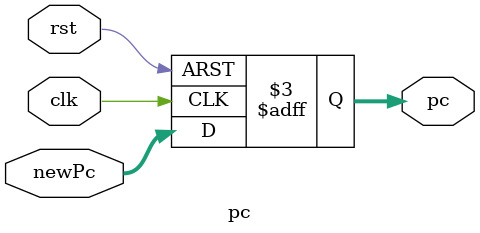
<source format=v>
module pc(rst, clk, newPc, pc);
input rst, clk;
input [31:0] newPc;
output reg [31:0] pc;

always @(negedge rst or posedge clk)
begin
if (!rst)
	pc <= 0;
else
	pc <= newPc;
end

endmodule
</source>
